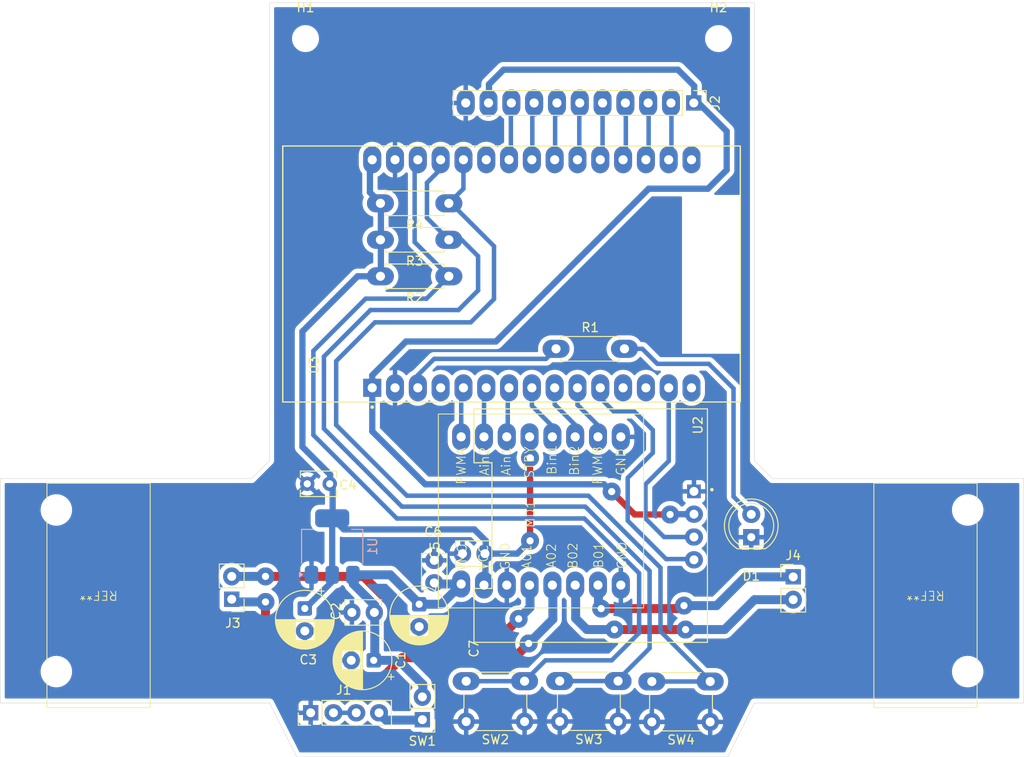
<source format=kicad_pcb>
(kicad_pcb (version 20241229) (generator "pcbnew") (generator_version "9.0")
  (layers (0 "F.Cu" signal) (2 "B.Cu" signal) (13 "F.Paste" user) (15 "B.Paste" user) (5 "F.SilkS" user "F.Silkscreen") (7 "B.SilkS" user "B.Silkscreen") (1 "F.Mask" user) (3 "B.Mask" user) (25 "Edge.Cuts" user))
  (net 0 "")
  (net 1 "/3V3")
  (net 2 "/A3")
  (net 3 "/A1")
  (net 4 "/A6")
  (net 5 "/A0")
  (net 6 "/A5")
  (net 7 "/A7")
  (net 8 "/A4")
  (net 9 "GND")
  (net 10 "/A2")
  (net 11 "/Bin1")
  (net 12 "/PWMA")
  (net 13 "/MR2")
  (net 14 "/Ain2")
  (net 15 "/MR1")
  (net 16 "+5V")
  (net 17 "/ML2")
  (net 18 "/Ain1")
  (net 19 "/ML1")
  (net 20 "/Bin2")
  (net 21 "+7.5V")
  (net 22 "/PWMB")
  (net 23 "/SW1")
  (net 24 "/SW2")
  (net 25 "/SW3")
  (net 26 "/SCL")
  (net 27 "/SDA")
  (net 28 "Net-(D1-A)")
  (net 31 "Net-(J1-Pin_2)")
  (net 33 "Net-(J1-Pin_4)")
  (net 34 "/LED")
  (footprint "MountingHole:MountingHole_2.5mm" (layer "F.Cu") (at 163.175666 58.2112)
    (property "Reference" "H2" (at 0 -3.45 0) (layer "F.SilkS"))
    (property "Value" "MountingHole")
    (pad "" np_thru_hole circle (at 0 0) (size 2.5 2.5) (drill 2.5) (layers "*.Cu" "*.Mask"))
  )
  (footprint "Resistor_THT:R_Axial_DIN0207_L6.3mm_D2.5mm_P7.62mm_Horizontal" (layer "F.Cu") (at 133.140066 84.6836 180)
    (property "Reference" "R2" (at 3.81 -2.37 0) (layer "F.SilkS"))
    (property "Value" "10K")
    (pad "1" thru_hole oval (at 0 0 180) (size 3 2) (drill 1.02) (layers "*.Cu" "*.Mask") (net 23 "/SW1"))
    (pad "2" thru_hole oval (at 7.62 0 180) (size 3 2) (drill 1.02) (layers "*.Cu" "*.Mask") (net 16 "+5V"))
  )
  (footprint "MountingHole:MountingHole_2.5mm" (layer "F.Cu") (at 117.175666 58.2112)
    (property "Reference" "H1" (at 0 -3.45 0) (layer "F.SilkS"))
    (property "Value" "MountingHole")
    (pad "" np_thru_hole circle (at 0 0) (size 2.5 2.5) (drill 2.5) (layers "*.Cu" "*.Mask"))
  )
  (footprint "prashantkicadlibrary:Motor Brackets" (layer "F.Cu") (at 186.224066 119.2276 180)
    (property "Reference" "REF**" (at 0 -1 180) (layer "F.SilkS") (effects (font (thickness 0.1))))
    (property "Value" "Motor Brackets")
    (pad "" np_thru_hole circle (at -4.7016 -9.4836 180) (size 3 3) (drill 3) (layers "*.Cu" "*.Mask"))
    (pad "" np_thru_hole circle (at -4.7016 8.5164 180) (size 3 3) (drill 3) (layers "*.Cu" "*.Mask"))
  )
  (footprint "Connector_PinHeader_2.54mm:PinHeader_1x02_P2.54mm_Vertical" (layer "F.Cu") (at 108.959266 120.65 180)
    (property "Reference" "J3" (at -0.127 -2.662 0) (layer "F.SilkS"))
    (property "Value" "Motor_Left")
    (pad "1" thru_hole rect (at 0 0 180) (size 1.7 1.7) (drill 1) (layers "*.Cu" "*.Mask") (net 17 "/ML2"))
    (pad "2" thru_hole oval (at 0 2.54 180) (size 1.905 2) (drill 1) (layers "*.Cu" "*.Mask") (net 19 "/ML1"))
  )
  (footprint "Button_Switch_THT:SW_PUSH_6mm" (layer "F.Cu") (at 141.571666 134.2792 180)
    (property "Reference" "SW2" (at 3.25 -2 0) (layer "F.SilkS"))
    (property "Value" "SW_Push")
    (pad "1" thru_hole oval (at 0 0 180) (size 1.905 2) (drill 1) (layers "*.Cu" "*.Mask") (net 9 "GND"))
    (pad "1" thru_hole oval (at 6.5 0 180) (size 1.905 2) (drill 1) (layers "*.Cu" "*.Mask") (net 9 "GND"))
    (pad "2" thru_hole oval (at 0 4.5 180) (size 3 2) (drill 1.02) (layers "*.Cu" "*.Mask") (net 23 "/SW1"))
    (pad "2" thru_hole oval (at 6.5 4.5 180) (size 3 2) (drill 1.02) (layers "*.Cu" "*.Mask") (net 23 "/SW1"))
  )
  (footprint "Connector_PinHeader_2.54mm:PinHeader_1x04_P2.54mm_Vertical" (layer "F.Cu") (at 117.747666 133.2992 90)
    (property "Reference" "J1" (at 2.54 3.683 180) (layer "F.SilkS"))
    (property "Value" "Power_supply")
    (pad "1" thru_hole rect (at 0 0 90) (size 1.7 1.7) (drill 1) (layers "*.Cu" "*.Mask") (net 9 "GND"))
    (pad "2" thru_hole oval (at 0 2.54 90) (size 1.905 2) (drill 1) (layers "*.Cu" "*.Mask") (net 31 "Net-(J1-Pin_2)"))
    (pad "3" thru_hole oval (at 0 5.08 90) (size 1.905 2) (drill 1) (layers "*.Cu" "*.Mask") (net 31 "Net-(J1-Pin_2)"))
    (pad "4" thru_hole oval (at 0 7.62 90) (size 1.905 2) (drill 1) (layers "*.Cu" "*.Mask") (net 33 "Net-(J1-Pin_4)"))
  )
  (footprint "Connector_PinHeader_2.54mm:PinHeader_1x02_P2.54mm_Vertical" (layer "F.Cu") (at 171.494066 118.1608)
    (property "Reference" "J4" (at 0 -2.38 0) (layer "F.SilkS"))
    (property "Value" "Motor_Right")
    (pad "1" thru_hole rect (at 0 0) (size 1.7 1.7) (drill 1) (layers "*.Cu" "*.Mask") (net 13 "/MR2"))
    (pad "2" thru_hole oval (at 0 2.54) (size 1.905 2) (drill 1) (layers "*.Cu" "*.Mask") (net 15 "/MR1"))
  )
  (footprint "Capacitor_THT:CP_Radial_D6.3mm_P2.50mm" (layer "F.Cu") (at 124.772046 127.4572 180)
    (property "Reference" "C1" (at -3.00862 0 90) (layer "F.SilkS"))
    (property "Value" "10uf")
    (pad "1" thru_hole roundrect (at 0 0 180) (size 1.6 1.6) (drill 0.8) (layers "*.Cu" "*.Mask") (roundrect_rratio 0.15625) (net 21 "+7.5V"))
    (pad "2" thru_hole oval (at 2.5 0 180) (size 1.905 2) (drill 1) (layers "*.Cu" "*.Mask") (net 9 "GND"))
  )
  (footprint "Connector_PinHeader_2.54mm:PinHeader_1x02_P2.54mm_Vertical" (layer "F.Cu") (at 130.193666 134.0662 180)
    (property "Reference" "SW1" (at 0 -2.38 0) (layer "F.SilkS"))
    (property "Value" "SW_SPST")
    (pad "1" thru_hole rect (at 0 0 180) (size 1.7 1.7) (drill 1) (layers "*.Cu" "*.Mask") (net 33 "Net-(J1-Pin_4)"))
    (pad "2" thru_hole oval (at 0 2.54 180) (size 1.905 2) (drill 1) (layers "*.Cu" "*.Mask") (net 21 "+7.5V"))
  )
  (footprint "LED_THT:LED_D5.0mm" (layer "F.Cu") (at 166.820466 113.7412 90)
    (property "Reference" "D1" (at -4.318 0 180) (layer "F.SilkS"))
    (property "Value" "LED")
    (pad "1" thru_hole rect (at 0 0 90) (size 1.8 1.8) (drill 0.9) (layers "*.Cu" "*.Mask") (net 9 "GND"))
    (pad "2" thru_hole oval (at 2.54 0 90) (size 1.905 2) (drill 1) (layers "*.Cu" "*.Mask") (net 28 "Net-(D1-A)"))
  )
  (footprint "micromouse1.0:tbfng motor driver" (layer "F.Cu") (at 143.401666 111.4552 90)
    (property "Reference" "MD1" (at 0.3 -1.2 90) (layer "F.SilkS") (effects (font (thickness 0.1))))
    (property "Value" "~")
    (fp_text user "GND" (at 4.5 9.5 90) (layer "F.SilkS") (effects (font (thickness 0.1)) (justify left bottom)))
    (fp_text user "PWMA" (at 3.5 -8.3 90) (layer "F.SilkS") (effects (font (thickness 0.1)) (justify left bottom)))
    (fp_text user "B01" (at -5.8 7 90) (layer "F.SilkS") (effects (font (thickness 0.1)) (justify left bottom)))
    (fp_text user "Bin1" (at 4.6 1.8 90) (layer "F.SilkS") (effects (font (thickness 0.1)) (justify left bottom)))
    (fp_text user "A02" (at -5.8 1.740482 90) (layer "F.SilkS") (effects (font (thickness 0.1)) (justify left bottom)))
    (fp_text user "STBY" (at 4.2 -0.7 90) (layer "F.SilkS") (effects (font (thickness 0.1)) (justify left bottom)))
    (fp_text user "B02" (at -5.86064 4.135764 90) (layer "F.SilkS") (effects (font (thickness 0.1)) (justify left bottom)))
    (fp_text user "Bin2" (at 4.5 4.3 90) (layer "F.SilkS") (effects (font (thickness 0.1)) (justify left bottom)))
    (fp_text user "PWMB" (at 3.5 6.9 90) (layer "F.SilkS") (effects (font (thickness 0.1)) (justify left bottom)))
    (fp_text user "VMO" (at -6.1 -8.2 90) (layer "F.SilkS") (effects (font (thickness 0.1)) (justify left bottom)))
    (fp_text user "A01" (at -5.927114 -1.006122 90) (layer "F.SilkS") (effects (font (thickness 0.1)) (justify left bottom)))
    (fp_text user "Ain1" (at 4.5 -3.3 90) (layer "F.SilkS") (effects (font (thickness 0.1)) (justify left bottom)))
    (fp_text user "GND" (at -5.986263 -3.401675 90) (layer "F.SilkS") (effects (font (thickness 0.1)) (justify left bottom)))
    (fp_text user "Ain2" (at 4.5 -5.7 90) (layer "F.SilkS") (effects (font (thickness 0.1)) (justify left bottom)))
    (fp_text user "GND" (at -5.9 9.6 90) (layer "F.SilkS") (effects (font (thickness 0.1)) (justify left bottom)))
    (fp_text user "VCC" (at -6.021405 -5.809036 90) (layer "F.SilkS") (effects (font (thickness 0.1)) (justify left bottom)))
    (pad "1" thru_hole oval (at -7.5 -8.89 90) (size 3 2) (drill 1.02) (layers "*.Cu" "*.Mask") (net 21 "+7.5V"))
    (pad "2" thru_hole oval (at -7.62 -6.35 90) (size 3 2) (drill 1.02) (layers "*.Cu" "*.Mask") (net 16 "+5V"))
    (pad "3" thru_hole oval (at -7.62 -3.81 90) (size 3 2) (drill 1.02) (layers "*.Cu" "*.Mask") (net 9 "GND"))
    (pad "4" thru_hole oval (at -7.62 -1.27 90) (size 3 2) (drill 1.02) (layers "*.Cu" "*.Mask") (net 19 "/ML1"))
    (pad "5" thru_hole oval (at -7.62 1.27 90) (size 3 2) (drill 1.02) (layers "*.Cu" "*.Mask") (net 17 "/ML2"))
    (pad "6" thru_hole oval (at -7.62 3.81 90) (size 3 2) (drill 1.02) (layers "*.Cu" "*.Mask") (net 15 "/MR1"))
    (pad "7" thru_hole oval (at -7.62 6.35 90) (size 3 2) (drill 1.02) (layers "*.Cu" "*.Mask") (net 13 "/MR2"))
    (pad "8" thru_hole oval (at -7.62 8.89 90) (size 3 2) (drill 1.02) (layers "*.Cu" "*.Mask") (net 9 "GND"))
    (pad "9" thru_hole oval (at 8.89 8.89 90) (size 3 2) (drill 1.02) (layers "*.Cu" "*.Mask") (net 9 "GND"))
    (pad "10" thru_hole oval (at 8.89 6.35 90) (size 3 2) (drill 1.02) (layers "*.Cu" "*.Mask") (net 22 "/PWMB"))
    (pad "11" thru_hole oval (at 8.89 3.81 90) (size 3 2) (drill 1.02) (layers "*.Cu" "*.Mask") (net 20 "/Bin2"))
    (pad "12" thru_hole oval (at 8.89 1.27 90) (size 3 2) (drill 1.02) (layers "*.Cu" "*.Mask") (net 11 "/Bin1"))
    (pad "13" thru_hole oval (at 8.89 -1.27 90) (size 3 2) (drill 1.02) (layers "*.Cu" "*.Mask") (net 16 "+5V"))
    (pad "14" thru_hole oval (at 8.89 -3.81 90) (size 3 2) (drill 1.02) (layers "*.Cu" "*.Mask") (net 18 "/Ain1"))
    (pad "15" thru_hole oval (at 8.89 -6.35 90) (size 3 2) (drill 1.02) (layers "*.Cu" "*.Mask") (net 14 "/Ain2"))
    (pad "16" thru_hole oval (at 8.89 -8.89 90) (size 3 2) (drill 1.02) (layers "*.Cu" "*.Mask") (net 12 "/PWMA"))
  )
  (footprint "Capacitor_THT:C_Disc_D3.8mm_W2.6mm_P2.50mm" (layer "F.Cu") (at 134.664066 115.57)
    (property "Reference" "C5" (at -3.068 -0.381 90) (layer "F.SilkS"))
    (property "Value" "100nf")
    (pad "1" thru_hole oval (at 0 0) (size 1.905 2) (drill 1) (layers "*.Cu" "*.Mask") (net 9 "GND"))
    (pad "2" thru_hole oval (at 2.5 0) (size 1.905 2) (drill 1) (layers "*.Cu" "*.Mask") (net 16 "+5V"))
  )
  (footprint "Resistor_THT:R_Axial_DIN0207_L6.3mm_D2.5mm_P7.62mm_Horizontal" (layer "F.Cu") (at 133.140066 80.6196 180)
    (property "Reference" "R3" (at 3.81 -2.37 0) (layer "F.SilkS"))
    (property "Value" "10K")
    (pad "1" thru_hole oval (at 0 0 180) (size 3 2) (drill 1.02) (layers "*.Cu" "*.Mask") (net 24 "/SW2"))
    (pad "2" thru_hole oval (at 7.62 0 180) (size 3 2) (drill 1.02) (layers "*.Cu" "*.Mask") (net 16 "+5V"))
  )
  (footprint "Resistor_THT:R_Axial_DIN0207_L6.3mm_D2.5mm_P7.62mm_Horizontal" (layer "F.Cu") (at 133.140066 76.5556 180)
    (property "Reference" "R4" (at 3.81 -2.37 0) (layer "F.SilkS"))
    (property "Value" "10K")
    (pad "1" thru_hole oval (at 0 0 180) (size 3 2) (drill 1.02) (layers "*.Cu" "*.Mask") (net 25 "/SW3"))
    (pad "2" thru_hole oval (at 7.62 0 180) (size 3 2) (drill 1.02) (layers "*.Cu" "*.Mask") (net 16 "+5V"))
  )
  (footprint "Capacitor_THT:C_Disc_D3.8mm_W2.6mm_P2.50mm" (layer "F.Cu") (at 124.839666 122.1232 180)
    (property "Reference" "C2" (at 4.27038 0.127 90) (layer "F.SilkS"))
    (property "Value" "100nf")
    (pad "1" thru_hole oval (at 0 0 180) (size 1.905 2) (drill 1) (layers "*.Cu" "*.Mask") (net 21 "+7.5V"))
    (pad "2" thru_hole oval (at 2.5 0 180) (size 1.905 2) (drill 1) (layers "*.Cu" "*.Mask") (net 9 "GND"))
  )
  (footprint "Capacitor_THT:CP_Radial_D6.3mm_P2.50mm" (layer "F.Cu") (at 117.098666 121.6802 -90)
    (property "Reference" "C3" (at 5.715 -0.381 0) (layer "F.SilkS"))
    (property "Value" "10uF")
    (pad "1" thru_hole roundrect (at 0 0 270) (size 1.6 1.6) (drill 0.8) (layers "*.Cu" "*.Mask") (roundrect_rratio 0.15625) (net 16 "+5V"))
    (pad "2" thru_hole oval (at 2.5 0 270) (size 1.905 2) (drill 1) (layers "*.Cu" "*.Mask") (net 9 "GND"))
  )
  (footprint "DM-OLED096-636:MODULE_DM-OLED096-636" (layer "F.Cu") (at 148.937846 112.450921 -90)
    (property "Reference" "U2" (at -11.176 -11.944327 90) (layer "F.SilkS"))
    (property "Value" "DM-OLED096-636")
    (pad "1" thru_hole rect (at -3.81 -11.5 270) (size 1.508 1.508) (drill 1) (layers "*.Cu" "*.Mask") (net 9 "GND"))
    (pad "2" thru_hole oval (at -1.27 -11.5 270) (size 1.905 2) (drill 1) (layers "*.Cu" "*.Mask") (net 1 "/3V3"))
    (pad "3" thru_hole oval (at 1.27 -11.5 270) (size 1.905 2) (drill 1) (layers "*.Cu" "*.Mask") (net 26 "/SCL"))
    (pad "4" thru_hole oval (at 3.81 -11.5 270) (size 1.905 2) (drill 1) (layers "*.Cu" "*.Mask") (net 27 "/SDA"))
  )
  (footprint "Capacitor_THT:C_Disc_D3.8mm_W2.6mm_P2.50mm" (layer "F.Cu") (at 119.872666 107.7972 180)
    (property "Reference" "C4" (at -2.032 -0.127 0) (layer "F.SilkS"))
    (property "Value" "100nf")
    (pad "1" thru_hole circle (at 0 0 180) (size 1.6 1.6) (drill 0.8) (layers "*.Cu" "*.Mask") (net 16 "+5V"))
    (pad "2" thru_hole circle (at 2.5 0 180) (size 1.6 1.6) (drill 0.8) (layers "*.Cu" "*.Mask") (net 9 "GND"))
  )
  (footprint "Resistor_THT:R_Axial_DIN0207_L6.3mm_D2.5mm_P7.62mm_Horizontal" (layer "F.Cu") (at 145.078066 92.7608)
    (property "Reference" "R1" (at 3.81 -2.37 0) (layer "F.SilkS"))
    (property "Value" "100")
    (pad "1" thru_hole oval (at 0 0) (size 3 2) (drill 1.02) (layers "*.Cu" "*.Mask") (net 34 "/LED"))
    (pad "2" thru_hole oval (at 7.62 0) (size 3 2) (drill 1.02) (layers "*.Cu" "*.Mask") (net 28 "Net-(D1-A)"))
  )
  (footprint "Capacitor_THT:CP_Radial_D6.3mm_P2.50mm" (layer "F.Cu") (at 129.838066 121.2088 -90)
    (property "Reference" "C7" (at 4.953 -6.096 90) (layer "F.SilkS"))
    (property "Value" "100uf")
    (pad "1" thru_hole roundrect (at 0 0 270) (size 1.6 1.6) (drill 0.8) (layers "*.Cu" "*.Mask") (roundrect_rratio 0.15625) (net 21 "+7.5V"))
    (pad "2" thru_hole oval (at 2.5 0 270) (size 1.905 2) (drill 1) (layers "*.Cu" "*.Mask") (net 9 "GND"))
  )
  (footprint "ESP32-DEVKIT-V1:MODULE_ESP32_DEVKIT_V1" (layer "F.Cu") (at 140.120666 84.4042 90)
    (property "Reference" "U3" (at -10.16 -21.992 90) (layer "F.SilkS"))
    (property "Value" "ESP32-DEVKIT-V1")
    (pad "1" thru_hole rect (at -12.7 -15.515 90) (size 2 2) (drill 1.02) (layers "*.Cu" "*.Mask") (net 1 "/3V3"))
    (pad "2" thru_hole oval (at -12.7 -12.975 90) (size 3 2) (drill 1.02) (layers "*.Cu" "*.Mask") (net 9 "GND"))
    (pad "3" thru_hole oval (at -12.7 -10.435 90) (size 3 2) (drill 1.02) (layers "*.Cu" "*.Mask") (net 34 "/LED"))
    (pad "4" thru_hole oval (at -12.7 -7.895 90) (size 3 2) (drill 1.02) (layers "*.Cu" "*.Mask"))
    (pad "5" thru_hole oval (at -12.7 -5.355 90) (size 3 2) (drill 1.02) (layers "*.Cu" "*.Mask") (net 12 "/PWMA"))
    (pad "6" thru_hole oval (at -12.7 -2.815 90) (size 3 2) (drill 1.02) (layers "*.Cu" "*.Mask") (net 14 "/Ain2"))
    (pad "7" thru_hole oval (at -12.7 -0.275 90) (size 3 2) (drill 1.02) (layers "*.Cu" "*.Mask") (net 18 "/Ain1"))
    (pad "8" thru_hole oval (at -12.7 2.265 90) (size 3 2) (drill 1.02) (layers "*.Cu" "*.Mask") (net 11 "/Bin1"))
    (pad "9" thru_hole oval (at -12.7 4.805 90) (size 3 2) (drill 1.02) (layers "*.Cu" "*.Mask") (net 20 "/Bin2"))
    (pad "10" thru_hole oval (at -12.7 7.345 90) (size 3 2) (drill 1.02) (layers "*.Cu" "*.Mask") (net 22 "/PWMB"))
    (pad "11" thru_hole oval (at -12.7 9.885 90) (size 3 2) (drill 1.02) (layers "*.Cu" "*.Mask") (net 27 "/SDA"))
    (pad "12" thru_hole oval (at -12.7 12.425 90) (size 3 2) (drill 1.02) (layers "*.Cu" "*.Mask"))
    (pad "13" thru_hole oval (at -12.7 14.965 90) (size 3 2) (drill 1.02) (layers "*.Cu" "*.Mask"))
    (pad "14" thru_hole oval (at -12.7 17.505 90) (size 3 2) (drill 1.02) (layers "*.Cu" "*.Mask") (net 26 "/SCL"))
    (pad "15" thru_hole oval (at -12.7 20.045 90) (size 3 2) (drill 1.02) (layers "*.Cu" "*.Mask"))
    (pad "16" thru_hole oval (at 12.7 20.045 90) (size 3 2) (drill 1.02) (layers "*.Cu" "*.Mask"))
    (pad "17" thru_hole oval (at 12.7 17.505 90) (size 3 2) (drill 1.02) (layers "*.Cu" "*.Mask") (net 7 "/A7"))
    (pad "18" thru_hole oval (at 12.7 14.965 90) (size 3 2) (drill 1.02) (layers "*.Cu" "*.Mask") (net 4 "/A6"))
    (pad "19" thru_hole oval (at 12.7 12.425 90) (size 3 2) (drill 1.02) (layers "*.Cu" "*.Mask") (net 6 "/A5"))
    (pad "20" thru_hole oval (at 12.7 9.885 90) (size 3 2) (drill 1.02) (layers "*.Cu" "*.Mask") (net 8 "/A4"))
    (pad "21" thru_hole oval (at 12.7 7.345 90) (size 3 2) (drill 1.02) (layers "*.Cu" "*.Mask") (net 2 "/A3"))
    (pad "22" thru_hole oval (at 12.7 4.805 90) (size 3 2) (drill 1.02) (layers "*.Cu" "*.Mask") (net 10 "/A2"))
    (pad "23" thru_hole oval (at 12.7 2.265 90) (size 3 2) (drill 1.02) (layers "*.Cu" "*.Mask") (net 3 "/A1"))
    (pad "24" thru_hole oval (at 12.7 -0.275 90) (size 3 2) (drill 1.02) (layers "*.Cu" "*.Mask") (net 5 "/A0"))
    (pad "25" thru_hole oval (at 12.7 -2.815 90) (size 3 2) (drill 1.02) (layers "*.Cu" "*.Mask"))
    (pad "26" thru_hole oval (at 12.7 -5.355 90) (size 3 2) (drill 1.02) (layers "*.Cu" "*.Mask"))
    (pad "27" thru_hole oval (at 12.7 -7.895 90) (size 3 2) (drill 1.02) (layers "*.Cu" "*.Mask") (net 24 "/SW2"))
    (pad "28" thru_hole oval (at 12.7 -10.435 90) (size 3 2) (drill 1.02) (layers "*.Cu" "*.Mask") (net 23 "/SW1"))
    (pad "29" thru_hole oval (at 12.7 -12.975 90) (size 3 2) (drill 1.02) (layers "*.Cu" "*.Mask") (net 9 "GND"))
    (pad "30" thru_hole oval (at 12.7 -15.515 90) (size 3 2) (drill 1.02) (layers "*.Cu" "*.Mask") (net 16 "+5V"))
    (zone (net 0) (net_name "") (layer "B.Cu") (connect_pads (clearance 0)) (min_thickness 0.01)
      (keepout (tracks not_allowed) (vias not_allowed) (pads not_allowed) (copperpour not_allowed) (footprints allowed))
      (fill (thermal_gap 0.508) (thermal_bridge_width 0.508))
      (polygon (pts (xy 159.105666 93.3142) (xy 159.105666 75.6242) (xy 165.595666 75.6242) (xy 165.595666 93.3142)))
    )
  )
  (footprint "prashantkicadlibrary:Motor Brackets" (layer "F.Cu") (at 94.127266 119.2276 180)
    (property "Reference" "REF**" (at 0 -1 180) (layer "F.SilkS") (effects (font (thickness 0.1))))
    (property "Value" "Motor Brackets")
    (pad "" np_thru_hole circle (at 4.7016 -9.4836 180) (size 3 3) (drill 3) (layers "*.Cu" "*.Mask"))
    (pad "" np_thru_hole circle (at 4.7016 8.5164 180) (size 3 3) (drill 3) (layers "*.Cu" "*.Mask"))
  )
  (footprint "Connector_PinHeader_2.54mm:PinHeader_1x11_P2.54mm_Vertical" (layer "F.Cu") (at 160.419666 65.3796 -90)
    (property "Reference" "J2" (at 0 -2.38 270) (layer "F.SilkS"))
    (property "Value" "Conn_01x11_Pin")
    (pad "1" thru_hole rect (at 0 0 270) (size 1.7 1.7) (drill 1) (layers "*.Cu" "*.Mask") (net 1 "/3V3"))
    (pad "2" thru_hole oval (at 0 2.54 270) (size 3 2) (drill 1.02) (layers "*.Cu" "*.Mask") (net 7 "/A7"))
    (pad "3" thru_hole oval (at 0 5.08 270) (size 3 2) (drill 1.02) (layers "*.Cu" "*.Mask") (net 4 "/A6"))
    (pad "4" thru_hole oval (at 0 7.62 270) (size 3 2) (drill 1.02) (layers "*.Cu" "*.Mask") (net 6 "/A5"))
    (pad "5" thru_hole oval (at 0 10.16 270) (size 3 2) (drill 1.02) (layers "*.Cu" "*.Mask") (net 8 "/A4"))
    (pad "6" thru_hole oval (at 0 12.7 270) (size 3 2) (drill 1.02) (layers "*.Cu" "*.Mask") (net 2 "/A3"))
    (pad "7" thru_hole oval (at 0 15.24 270) (size 3 2) (drill 1.02) (layers "*.Cu" "*.Mask") (net 10 "/A2"))
    (pad "8" thru_hole oval (at 0 17.78 270) (size 3 2) (drill 1.02) (layers "*.Cu" "*.Mask") (net 3 "/A1"))
    (pad "9" thru_hole oval (at 0 20.32 270) (size 3 2) (drill 1.02) (layers "*.Cu" "*.Mask") (net 5 "/A0"))
    (pad "10" thru_hole oval (at 0 22.86 270) (size 3 2) (drill 1.02) (layers "*.Cu" "*.Mask") (net 1 "/3V3"))
    (pad "11" thru_hole oval (at 0 25.4 270) (size 3 2) (drill 1.02) (layers "*.Cu" "*.Mask") (net 9 "GND"))
  )
  (footprint "Capacitor_THT:C_Disc_D3.8mm_W2.6mm_P2.50mm" (layer "F.Cu") (at 131.514466 118.8212 90)
    (property "Reference" "C6" (at 5.695 -0.127 0) (layer "F.SilkS"))
    (property "Value" "100nf")
    (pad "1" thru_hole oval (at 0 0 90) (size 1.905 2) (drill 1) (layers "*.Cu" "*.Mask") (net 21 "+7.5V"))
    (pad "2" thru_hole oval (at 2.5 0 90) (size 1.905 2) (drill 1) (layers "*.Cu" "*.Mask") (net 9 "GND"))
  )
  (footprint "Button_Switch_THT:SW_PUSH_6mm" (layer "F.Cu") (at 162.248466 134.3152 180)
    (property "Reference" "SW4" (at 3.25 -2 0) (layer "F.SilkS"))
    (property "Value" "SW_Push")
    (pad "1" thru_hole oval (at 0 0 180) (size 1.905 2) (drill 1) (layers "*.Cu" "*.Mask") (net 9 "GND"))
    (pad "1" thru_hole oval (at 6.5 0 180) (size 1.905 2) (drill 1) (layers "*.Cu" "*.Mask") (net 9 "GND"))
    (pad "2" thru_hole oval (at 0 4.5 180) (size 3 2) (drill 1.02) (layers "*.Cu" "*.Mask") (net 25 "/SW3"))
    (pad "2" thru_hole oval (at 6.5 4.5 180) (size 3 2) (drill 1.02) (layers "*.Cu" "*.Mask") (net 25 "/SW3"))
  )
  (footprint "Button_Switch_THT:SW_PUSH_6mm" (layer "F.Cu") (at 151.986866 134.2644 180)
    (property "Reference" "SW3" (at 3.25 -2 0) (layer "F.SilkS"))
    (property "Value" "SW_Push")
    (pad "1" thru_hole oval (at 0 0 180) (size 1.905 2) (drill 1) (layers "*.Cu" "*.Mask") (net 9 "GND"))
    (pad "1" thru_hole oval (at 6.5 0 180) (size 1.905 2) (drill 1) (layers "*.Cu" "*.Mask") (net 9 "GND"))
    (pad "2" thru_hole oval (at 0 4.5 180) (size 3 2) (drill 1.02) (layers "*.Cu" "*.Mask") (net 24 "/SW2"))
    (pad "2" thru_hole oval (at 6.5 4.5 180) (size 3 2) (drill 1.02) (layers "*.Cu" "*.Mask") (net 24 "/SW2"))
  )
  (footprint "Package_TO_SOT_SMD:SOT-223-3_TabPin2" (layer "B.Cu") (at 120.146666 114.7822 180)
    (property "Reference" "U1" (at -4.5 0 90) (layer "B.SilkS") (effects (justify mirror)))
    (property "Value" "AMS1117-5.0")
    (pad "1" smd roundrect (at 2.3 -3.15 270) (size 2 1.5) (layers "B.Cu" "B.Mask" "B.Paste") (net 9 "GND"))
    (pad "2" smd roundrect (at 0 -3.15 270) (size 2 1.5) (layers "B.Cu" "B.Mask" "B.Paste") (net 16 "+5V"))
    (pad "2" smd roundrect (at 0 3.15 270) (size 2 3.8) (layers "B.Cu" "B.Mask" "B.Paste") (net 16 "+5V"))
    (pad "3" smd roundrect (at -2.3 -3.15 270) (size 2 1.5) (layers "B.Cu" "B.Mask" "B.Paste") (net 21 "+7.5V"))
  )
  (gr_line (start 167.175666 105.2112) (end 169.175666 107.2112) (stroke (width 0.05)) (layer "Edge.Cuts"))
  (gr_line (start 83.175666 132.2112) (end 113.175666 132.2112) (stroke (width 0.05)) (layer "Edge.Cuts"))
  (gr_line (start 169.175666 107.2112) (end 197.175666 107.2112) (stroke (width 0.05)) (layer "Edge.Cuts"))
  (gr_line (start 113.175666 54.2112) (end 167.175666 54.2112) (stroke (width 0.05)) (layer "Edge.Cuts"))
  (gr_line (start 113.175666 54.2112) (end 113.175666 105.2112) (stroke (width 0.05)) (layer "Edge.Cuts"))
  (gr_line (start 116.201266 138.2112) (end 164.201266 138.2112) (stroke (width 0.05)) (layer "Edge.Cuts"))
  (gr_line (start 111.175666 107.2112) (end 113.175666 105.2112) (stroke (width 0.05)) (layer "Edge.Cuts"))
  (gr_line (start 116.201266 138.2112) (end 113.175666 132.2112) (stroke (width 0.05)) (layer "Edge.Cuts"))
  (gr_line (start 167.175666 54.2112) (end 167.175666 105.2112) (stroke (width 0.05)) (layer "Edge.Cuts"))
  (gr_line (start 167.175666 132.2112) (end 164.201266 138.2112) (stroke (width 0.05)) (layer "Edge.Cuts"))
  (gr_line (start 167.175666 132.2112) (end 197.175666 132.2112) (stroke (width 0.05)) (layer "Edge.Cuts"))
  (gr_line (start 83.175666 107.2112) (end 83.175666 132.2112) (stroke (width 0.05)) (layer "Edge.Cuts"))
  (gr_line (start 111.175666 107.2112) (end 83.175666 107.2112) (stroke (width 0.05)) (layer "Edge.Cuts"))
  (gr_line (start 197.175666 107.2112) (end 197.175666 132.2112) (stroke (width 0.05)) (layer "Edge.Cuts"))
  (segment (start 153.828834 111.214368) (end 151.275666 108.6612) (width 0.7) (layer "F.Cu") (net 1))
  (segment (start 157.778066 111.214368) (end 153.828834 111.214368) (width 0.7) (layer "F.Cu") (net 1))
  (via (at 151.275666 108.6612) (size 2) (drill 0.8) (layers "F.Cu" "B.Cu") (net 1))
  (via (at 157.778066 111.214368) (size 2) (drill 0.8) (layers "F.Cu" "B.Cu") (net 1))
  (segment (start 151.2316 108.6612) (end 150.4188 107.8484) (width 0.7) (layer "B.Cu") (net 1))
  (segment (start 128.3716 91.948) (end 138.3792 91.948) (width 0.7) (layer "B.Cu") (net 1))
  (segment (start 124.6124 95.7072) (end 128.3716 91.948) (width 0.7) (layer "B.Cu") (net 1))
  (segment (start 124.6124 97.1042) (end 124.6124 95.7072) (width 0.7) (layer "B.Cu") (net 1))
  (segment (start 158.342898 111.214368) (end 158.376345 111.180921) (width 0.7) (layer "B.Cu") (net 1))
  (segment (start 160.470466 65.3796) (end 160.470466 63.493201) (width 0.7) (layer "B.Cu") (net 1))
  (segment (start 155.3972 74.93) (end 162.0012 74.93) (width 0.7) (layer "B.Cu") (net 1))
  (segment (start 162.0012 74.93) (end 164.084 72.8472) (width 0.7) (layer "B.Cu") (net 1))
  (segment (start 150.4188 107.8484) (end 130.5052 107.8484) (width 0.7) (layer "B.Cu") (net 1))
  (segment (start 164.084 72.8472) (end 164.084 68.5292) (width 0.7) (layer "B.Cu") (net 1))
  (segment (start 157.778066 111.214368) (end 158.342898 111.214368) (width 0.7) (layer "B.Cu") (net 1))
  (segment (start 164.084 68.5292) (end 160.9344 65.3796) (width 0.7) (layer "B.Cu") (net 1))
  (segment (start 130.5052 107.8484) (end 124.6124 101.9556) (width 0.7) (layer "B.Cu") (net 1))
  (segment (start 160.9344 65.3796) (end 160.4264 65.3796) (width 0.7) (layer "B.Cu") (net 1))
  (segment (start 137.610466 63.2968) (end 137.610466 65.3796) (width 0.7) (layer "B.Cu") (net 1))
  (segment (start 124.6124 101.9556) (end 124.6124 97.1042) (width 0.7) (layer "B.Cu") (net 1))
  (segment (start 158.648465 61.6712) (end 139.236066 61.6712) (width 0.7) (layer "B.Cu") (net 1))
  (segment (start 158.376345 111.180921) (end 160.488646 111.180921) (width 0.7) (layer "B.Cu") (net 1))
  (segment (start 139.236066 61.6712) (end 137.610466 63.2968) (width 0.7) (layer "B.Cu") (net 1))
  (segment (start 160.470466 63.493201) (end 158.648465 61.6712) (width 0.7) (layer "B.Cu") (net 1))
  (segment (start 138.3792 91.948) (end 155.3972 74.93) (width 0.7) (layer "B.Cu") (net 1))
  (segment (start 147.516466 71.0692) (end 147.668866 70.9168) (width 0.5) (layer "B.Cu") (net 2))
  (segment (start 147.668866 65.4812) (end 147.770466 65.3796) (width 0.5) (layer "B.Cu") (net 2))
  (segment (start 147.668866 70.9168) (end 147.668866 65.4812) (width 0.5) (layer "B.Cu") (net 2))
  (segment (start 147.516466 71.7042) (end 147.516466 71.0692) (width 0.5) (layer "B.Cu") (net 2))
  (segment (start 142.436466 65.6336) (end 142.690466 65.3796) (width 0.5) (layer "B.Cu") (net 3))
  (segment (start 142.436466 71.7042) (end 142.436466 65.6336) (width 0.5) (layer "B.Cu") (net 3))
  (segment (start 155.136466 71.0692) (end 155.390466 70.8152) (width 0.5) (layer "B.Cu") (net 4))
  (segment (start 155.390466 70.8152) (end 155.390466 65.3796) (width 0.5) (layer "B.Cu") (net 4))
  (segment (start 155.136466 71.7042) (end 155.136466 71.0692) (width 0.5) (layer "B.Cu") (net 4))
  (segment (start 139.896466 71.7042) (end 140.048866 71.5518) (width 0.5) (layer "B.Cu") (net 5))
  (segment (start 140.048866 71.5518) (end 140.048866 65.4812) (width 0.5) (layer "B.Cu") (net 5))
  (segment (start 140.048866 65.4812) (end 140.150466 65.3796) (width 0.5) (layer "B.Cu") (net 5))
  (segment (start 152.850466 70.817303) (end 152.850466 65.3796) (width 0.5) (layer "B.Cu") (net 6))
  (segment (start 152.596466 71.071303) (end 152.850466 70.817303) (width 0.5) (layer "B.Cu") (net 6))
  (segment (start 152.596466 71.7042) (end 152.596466 71.071303) (width 0.5) (layer "B.Cu") (net 6))
  (segment (start 157.625666 71.7042) (end 157.625666 71.0692) (width 0.5) (layer "F.Cu") (net 7))
  (segment (start 157.625666 71.0692) (end 157.879666 70.8152) (width 0.5) (layer "F.Cu") (net 7))
  (segment (start 157.625666 71.7042) (end 157.117666 71.7042) (width 0.2) (layer "F.Cu") (net 7))
  (segment (start 157.930466 70.8152) (end 157.930466 65.3796) (width 0.5) (layer "B.Cu") (net 7))
  (segment (start 150.259666 65.8368) (end 150.056466 65.6336) (width 0.5) (layer "B.Cu") (net 8))
  (segment (start 150.056466 65.6336) (end 150.310466 65.3796) (width 0.7) (layer "B.Cu") (net 8))
  (segment (start 150.259666 71.501) (end 150.259666 65.8368) (width 0.5) (layer "B.Cu") (net 8))
  (segment (start 150.056466 71.7042) (end 150.259666 71.501) (width 0.5) (layer "B.Cu") (net 8))
  (segment (start 144.976466 65.6336) (end 145.230466 65.3796) (width 0.5) (layer "B.Cu") (net 10))
  (segment (start 144.976466 71.7042) (end 144.976466 65.6336) (width 0.5) (layer "B.Cu") (net 10))
  (segment (start 144.6784 101.3968) (end 142.3924 99.1108) (width 0.5) (layer "B.Cu") (net 11))
  (segment (start 144.6784 102.5652) (end 144.6784 101.3968) (width 0.5) (layer "B.Cu") (net 11))
  (segment (start 142.3924 99.1108) (end 142.3924 97.1042) (width 0.5) (layer "B.Cu") (net 11))
  (segment (start 134.5184 97.3582) (end 134.7724 97.1042) (width 0.5) (layer "B.Cu") (net 12))
  (segment (start 134.5184 102.5652) (end 134.5184 97.3582) (width 0.5) (layer "B.Cu") (net 12))
  (segment (start 158.993863 121.694803) (end 150.106679 121.694803) (width 1) (layer "F.Cu") (net 13))
  (segment (start 159.327466 121.3612) (end 158.993863 121.694803) (width 1) (layer "F.Cu") (net 13))
  (via (at 150.106679 121.694803) (size 2) (drill 0.8) (layers "F.Cu" "B.Cu") (net 13))
  (via (at 159.327466 121.3612) (size 2) (drill 0.8) (layers "F.Cu" "B.Cu") (net 13))
  (segment (start 159.327466 121.3612) (end 162.959666 121.3612) (width 1) (layer "B.Cu") (net 13))
  (segment (start 166.160066 118.1608) (end 171.544866 118.1608) (width 1) (layer "B.Cu") (net 13))
  (segment (start 162.959666 121.3612) (end 166.160066 118.1608) (width 1) (layer "B.Cu") (net 13))
  (segment (start 149.802466 121.2596) (end 149.802466 119.0752) (width 1) (layer "B.Cu") (net 13))
  (segment (start 149.773282 121.288784) (end 149.802466 121.2596) (width 1) (layer "B.Cu") (net 13))
  (segment (start 149.773282 121.361406) (end 149.773282 121.288784) (width 1) (layer "B.Cu") (net 13))
  (segment (start 150.106679 121.694803) (end 149.773282 121.361406) (width 1) (layer "B.Cu") (net 13))
  (segment (start 137.0584 97.3582) (end 137.3124 97.1042) (width 0.5) (layer "B.Cu") (net 14))
  (segment (start 137.0584 102.5652) (end 137.0584 97.3582) (width 0.5) (layer "B.Cu") (net 14))
  (segment (start 159.505266 124.0282) (end 151.580466 124.0282) (width 1) (layer "F.Cu") (net 15))
  (via (at 159.505266 124.0282) (size 2) (drill 0.8) (layers "F.Cu" "B.Cu") (net 15))
  (via (at 151.580466 124.0282) (size 2) (drill 0.8) (layers "F.Cu" "B.Cu") (net 15))
  (segment (start 167.176066 120.7008) (end 171.544866 120.7008) (width 1) (layer "B.Cu") (net 15))
  (segment (start 147.262466 119.0752) (end 147.262466 122.7836) (width 1) (layer "B.Cu") (net 15))
  (segment (start 163.848666 124.0282) (end 167.176066 120.7008) (width 1) (layer "B.Cu") (net 15))
  (segment (start 148.507066 124.0282) (end 151.580466 124.0282) (width 1) (layer "B.Cu") (net 15))
  (segment (start 147.262466 122.7836) (end 148.507066 124.0282) (width 1) (layer "B.Cu") (net 15))
  (segment (start 159.505266 124.0282) (end 163.848666 124.0282) (width 1) (layer "B.Cu") (net 15))
  (segment (start 142.182466 114.1476) (end 142.182466 104.902) (width 0.7) (layer "F.Cu") (net 16))
  (via (at 142.182466 104.902) (size 2) (drill 0.8) (layers "F.Cu" "B.Cu") (net 16))
  (via (at 142.182466 114.1476) (size 2) (drill 0.8) (layers "F.Cu" "B.Cu") (net 16))
  (segment (start 137.254866 114.1476) (end 137.254866 115.53) (width 0.7) (layer "B.Cu") (net 16))
  (segment (start 137.214866 118.9628) (end 137.102466 119.0752) (width 0.7) (layer "B.Cu") (net 16))
  (segment (start 120.197466 118.6322) (end 117.149466 121.6802) (width 0.7) (layer "B.Cu") (net 16))
  (segment (start 124.351666 72.009) (end 124.351666 75.3364) (width 0.7) (layer "B.Cu") (net 16))
  (segment (start 137.214866 115.57) (end 137.214866 118.9628) (width 0.7) (layer "B.Cu") (net 16))
  (segment (start 120.197466 117.9322) (end 120.197466 118.6322) (width 0.4) (layer "B.Cu") (net 16))
  (segment (start 142.182466 114.1476) (end 140.760066 115.57) (width 0.7) (layer "B.Cu") (net 16))
  (segment (start 124.656466 71.7042) (end 124.351666 72.009) (width 0.7) (layer "B.Cu") (net 16))
  (segment (start 124.351666 75.3364) (end 125.570866 76.5556) (width 0.7) (layer "B.Cu") (net 16))
  (segment (start 137.254866 115.53) (end 137.214866 115.57) (width 0.7) (layer "B.Cu") (net 16))
  (segment (start 142.182466 102.5652) (end 142.182466 104.902) (width 0.7) (layer "B.Cu") (net 16))
  (segment (start 136.939266 118.912) (end 137.102466 119.0752) (width 0.7) (layer "B.Cu") (net 16))
  (segment (start 120.197466 111.6322) (end 120.197466 108.0712) (width 0.7) (layer "B.Cu") (net 16))
  (segment (start 120.197466 108.0712) (end 119.923466 107.7972) (width 0.5) (layer "B.Cu") (net 16))
  (segment (start 125.570866 76.5556) (end 125.570866 80.6196) (width 0.7) (layer "B.Cu") (net 16))
  (segment (start 140.760066 115.57) (end 137.214866 115.57) (width 0.7) (layer "B.Cu") (net 16))
  (segment (start 121.442866 112.8776) (end 135.984866 112.8776) (width 0.7) (layer "B.Cu") (net 16))
  (segment (start 125.570866 80.6196) (end 125.570866 84.6836) (width 0.7) (layer "B.Cu") (net 16))
  (segment (start 135.984866 112.8776) (end 137.254866 114.1476) (width 0.7) (layer "B.Cu") (net 16))
  (segment (start 116.833266 103.6828) (end 119.923466 106.773) (width 0.7) (layer "B.Cu") (net 16))
  (segment (start 125.570866 84.6836) (end 122.980066 84.6836) (width 0.7) (layer "B.Cu") (net 16))
  (segment (start 119.923466 106.773) (end 119.923466 107.7972) (width 0.7) (layer "B.Cu") (net 16))
  (segment (start 120.146666 117.9322) (end 120.146666 111.6322) (width 0.7) (layer "B.Cu") (net 16))
  (segment (start 122.980066 84.6836) (end 116.833266 90.8304) (width 0.7) (layer "B.Cu") (net 16))
  (segment (start 120.197466 111.6322) (end 121.442866 112.8776) (width 0.7) (layer "B.Cu") (net 16))
  (segment (start 116.833266 90.8304) (end 116.833266 103.6828) (width 0.7) (layer "B.Cu") (net 16))
  (segment (start 127.942054 127.1633) (end 125.647154 129.4582) (width 1) (layer "F.Cu") (net 17))
  (segment (start 119.5665 129.4582) (end 112.718466 122.610166) (width 1) (layer "F.Cu") (net 17))
  (segment (start 125.647154 129.4582) (end 119.5665 129.4582) (width 1) (layer "F.Cu") (net 17))
  (segment (start 112.718466 122.610166) (end 112.718466 120.9548) (width 1) (layer "F.Cu") (net 17))
  (segment (start 142.030066 125.5776) (end 140.444366 127.1633) (width 1) (layer "F.Cu") (net 17))
  (segment (start 140.444366 127.1633) (end 127.942054 127.1633) (width 1) (layer "F.Cu") (net 17))
  (via (at 112.718466 120.9548) (size 2) (drill 0.8) (layers "F.Cu" "B.Cu") (net 17))
  (via (at 142.030066 125.5776) (size 2) (drill 0.8) (layers "F.Cu" "B.Cu") (net 17))
  (segment (start 144.722466 119.0752) (end 144.722466 122.8852) (width 1) (layer "B.Cu") (net 17))
  (segment (start 109.111666 120.65) (end 109.010066 120.65) (width 1) (layer "B.Cu") (net 17))
  (segment (start 112.718466 120.9548) (end 109.416466 120.9548) (width 1) (layer "B.Cu") (net 17))
  (segment (start 109.416466 120.9548) (end 109.111666 120.65) (width 1) (layer "B.Cu") (net 17))
  (segment (start 144.722466 122.8852) (end 142.030066 125.5776) (width 1) (layer "B.Cu") (net 17))
  (segment (start 139.591666 102.5652) (end 139.591666 101.8032) (width 0.4) (layer "F.Cu") (net 18))
  (segment (start 139.7 97.2566) (end 139.8524 97.1042) (width 0.5) (layer "B.Cu") (net 18))
  (segment (start 139.5984 102.5652) (end 139.5984 102.362) (width 0.5) (layer "B.Cu") (net 18))
  (segment (start 139.7 102.2604) (end 139.7 97.2566) (width 0.5) (layer "B.Cu") (net 18))
  (segment (start 139.5984 102.362) (end 139.7 102.2604) (width 0.5) (layer "B.Cu") (net 18))
  (segment (start 126.793166 123.474066) (end 126.793166 121.266534) (width 1) (layer "F.Cu") (net 19))
  (segment (start 138.084566 125.6623) (end 128.9814 125.6623) (width 1) (layer "F.Cu") (net 19))
  (segment (start 126.793166 121.266534) (end 123.636632 118.11) (width 1) (layer "F.Cu") (net 19))
  (segment (start 128.9814 125.6623) (end 126.793166 123.474066) (width 1) (layer "F.Cu") (net 19))
  (segment (start 123.636632 118.11) (end 112.718466 118.11) (width 1) (layer "F.Cu") (net 19))
  (segment (start 140.912466 122.8344) (end 138.084566 125.6623) (width 1) (layer "F.Cu") (net 19))
  (via (at 140.912466 122.8344) (size 2) (drill 0.8) (layers "F.Cu" "B.Cu") (net 19))
  (via (at 112.718466 118.11) (size 2) (drill 0.8) (layers "F.Cu" "B.Cu") (net 19))
  (segment (start 112.718466 118.11) (end 109.010066 118.11) (width 1) (layer "B.Cu") (net 19))
  (segment (start 142.182466 119.0752) (end 142.182466 121.5644) (width 1) (layer "B.Cu") (net 19))
  (segment (start 142.182466 121.5644) (end 140.912466 122.8344) (width 1) (layer "B.Cu") (net 19))
  (segment (start 144.9324 98.9584) (end 144.9324 97.1042) (width 0.5) (layer "B.Cu") (net 20))
  (segment (start 147.2184 102.5652) (end 147.2184 101.2444) (width 0.5) (layer "B.Cu") (net 20))
  (segment (start 147.2184 101.2444) (end 144.9324 98.9584) (width 0.5) (layer "B.Cu") (net 20))
  (segment (start 130.193666 131.6228) (end 130.396866 131.826) (width 1) (layer "F.Cu") (net 21))
  (segment (start 131.953266 118.9552) (end 131.819266 118.8212) (width 1) (layer "B.Cu") (net 21))
  (segment (start 130.244466 130.1496) (end 127.552066 127.4572) (width 1) (layer "B.Cu") (net 21))
  (segment (start 124.890466 126.9692) (end 124.890466 122.1232) (width 1) (layer "B.Cu") (net 21))
  (segment (start 134.308466 118.7012) (end 134.562466 118.9552) (width 0.5) (layer "B.Cu") (net 21))
  (segment (start 131.819266 118.8212) (end 131.565266 118.8212) (width 1) (layer "B.Cu") (net 21))
  (segment (start 124.822846 127.4572) (end 124.822846 127.03682) (width 0.5) (layer "B.Cu") (net 21))
  (segment (start 130.244466 131.5262) (end 130.244466 130.1496) (width 1) (layer "B.Cu") (net 21))
  (segment (start 132.308866 121.2088) (end 134.562466 118.9552) (width 1) (layer "B.Cu") (net 21))
  (segment (start 134.562466 118.9552) (end 131.953266 118.9552) (width 1) (layer "B.Cu") (net 21))
  (segment (start 124.890466 121.3412) (end 122.497466 118.9482) (width 1) (layer "B.Cu") (net 21))
  (segment (start 129.888866 121.2088) (end 132.308866 121.2088) (width 1) (layer "B.Cu") (net 21))
  (segment (start 127.552066 127.4572) (end 124.822846 127.4572) (width 1) (layer "B.Cu") (net 21))
  (segment (start 124.890466 122.1232) (end 124.890466 121.3412) (width 1) (layer "B.Cu") (net 21))
  (segment (start 124.822846 127.03682) (end 124.890466 126.9692) (width 0.5) (layer "B.Cu") (net 21))
  (segment (start 126.612266 117.9322) (end 129.888866 121.2088) (width 1) (layer "B.Cu") (net 21))
  (segment (start 122.497466 117.9322) (end 126.612266 117.9322) (width 1) (layer "B.Cu") (net 21))
  (segment (start 122.497466 118.9482) (end 122.497466 117.9322) (width 1) (layer "B.Cu") (net 21))
  (segment (start 149.7584 102.5652) (end 149.7584 101.2952) (width 0.5) (layer "B.Cu") (net 22))
  (segment (start 147.4724 99.0092) (end 147.4724 97.1042) (width 0.5) (layer "B.Cu") (net 22))
  (segment (start 149.7584 101.2952) (end 147.4724 99.0092) (width 0.5) (layer "B.Cu") (net 22))
  (segment (start 133.140066 84.6836) (end 132.479666 84.0232) (width 0.5) (layer "F.Cu") (net 23))
  (segment (start 130.6576 87.1728) (end 123.8758 87.1728) (width 0.5) (layer "B.Cu") (net 23))
  (segment (start 123.8758 87.1728) (end 118.052466 92.996134) (width 0.5) (layer "B.Cu") (net 23))
  (segment (start 118.052466 92.996134) (end 118.052466 102.355266) (width 0.5) (layer "B.Cu") (net 23))
  (segment (start 129.330066 80.8736) (end 133.140066 84.6836) (width 0.5) (layer "B.Cu") (net 23))
  (segment (start 148.2344 111.6584) (end 154.3304 117.7544) (width 0.5) (layer "B.Cu") (net 23))
  (segment (start 143.9004 127.4572) (end 141.5784 129.7792) (width 0.5) (layer "B.Cu") (net 23))
  (segment (start 118.123401 102.426201) (end 118.123401 102.430407) (width 0.5) (layer "B.Cu") (net 23))
  (segment (start 154.3304 117.7544) (end 154.3304 124.4092) (width 0.5) (layer "B.Cu") (net 23))
  (segment (start 133.1468 84.6836) (end 130.6576 87.1728) (width 0.5) (layer "B.Cu") (net 23))
  (segment (start 129.330066 72.0598) (end 129.330066 80.8736) (width 0.5) (layer "B.Cu") (net 23))
  (segment (start 118.123401 102.430407) (end 127.351394 111.6584) (width 0.5) (layer "B.Cu") (net 23))
  (segment (start 129.685666 71.7042) (end 129.330066 72.0598) (width 0.5) (layer "B.Cu") (net 23))
  (segment (start 118.052466 102.355266) (end 118.123401 102.426201) (width 0.5) (layer "B.Cu") (net 23))
  (segment (start 151.2824 127.4572) (end 143.9004 127.4572) (width 0.5) (layer "B.Cu") (net 23))
  (segment (start 154.3304 124.4092) (end 151.2824 127.4572) (width 0.5) (layer "B.Cu") (net 23))
  (segment (start 135.122466 129.7792) (end 141.622466 129.7792) (width 0.5) (layer "B.Cu") (net 23))
  (segment (start 127.351394 111.6584) (end 148.2344 111.6584) (width 0.5) (layer "B.Cu") (net 23))
  (segment (start 136.398 86.2584) (end 134.2136 88.4428) (width 0.5) (layer "B.Cu") (net 24))
  (segment (start 119.2276 101.6508) (end 127.9144 110.3376) (width 0.5) (layer "B.Cu") (net 24))
  (segment (start 136.398 82.4484) (end 136.398 86.2584) (width 0.5) (layer "B.Cu") (net 24))
  (segment (start 151.9936 129.612) (end 151.9936 129.7644) (width 0.5) (layer "B.Cu") (net 24))
  (segment (start 145.537666 129.7644) (end 152.037666 129.7644) (width 0.5) (layer "B.Cu") (net 24))
  (segment (start 132.225666 71.7042) (end 132.225666 72.7456) (width 0.5) (layer "B.Cu") (net 24))
  (segment (start 134.5692 80.6196) (end 136.398 82.4484) (width 0.5) (layer "B.Cu") (net 24))
  (segment (start 134.2136 88.4428) (end 124.4092 88.4428) (width 0.5) (layer "B.Cu") (net 24))
  (segment (start 124.4092 88.4428) (end 119.2276 93.6244) (width 0.5) (layer "B.Cu") (net 24))
  (segment (start 155.4988 117.5004) (end 155.4988 126.1068) (width 0.5) (layer "B.Cu") (net 24))
  (segment (start 133.1468 80.6196) (end 134.5692 80.6196) (width 0.5) (layer "B.Cu") (net 24))
  (segment (start 148.336 110.3376) (end 155.4988 117.5004) (width 0.5) (layer "B.Cu") (net 24))
  (segment (start 130.701666 78.1812) (end 133.140066 80.6196) (width 0.5) (layer "B.Cu") (net 24))
  (segment (start 132.225666 72.7456) (end 130.701666 74.2696) (width 0.5) (layer "B.Cu") (net 24))
  (segment (start 155.4988 126.1068) (end 151.9936 129.612) (width 0.5) (layer "B.Cu") (net 24))
  (segment (start 130.701666 74.2696) (end 130.701666 78.1812) (width 0.5) (layer "B.Cu") (net 24))
  (segment (start 127.9144 110.3376) (end 148.336 110.3376) (width 0.5) (layer "B.Cu") (net 24))
  (segment (start 119.2276 93.6244) (end 119.2276 101.6508) (width 0.5) (layer "B.Cu") (net 24))
  (segment (start 134.765666 74.93) (end 133.140066 76.5556) (width 0.5) (layer "B.Cu") (net 25))
  (segment (start 124.910466 89.8144) (end 120.592466 94.1324) (width 0.5) (layer "B.Cu") (net 25))
  (segment (start 148.684866 109.1184) (end 156.711266 117.1448) (width 0.5) (layer "B.Cu") (net 25))
  (segment (start 155.478466 129.8152) (end 155.799266 129.8152) (width 0.4) (layer "B.Cu") (net 25))
  (segment (start 133.190866 76.5556) (end 133.394066 76.5556) (width 0.5) (layer "B.Cu") (net 25))
  (segment (start 120.592466 94.1324) (end 120.592466 101.2444) (width 0.5) (layer "B.Cu") (net 25))
  (segment (start 156.711266 117.1448) (end 156.711266 124.2272) (width 0.5) (layer "B.Cu") (net 25))
  (segment (start 134.765666 71.7042) (end 134.765666 74.93) (width 0.5) (layer "B.Cu") (net 25))
  (segment (start 138.169266 87.2236) (end 135.578466 89.8144) (width 0.5) (layer "B.Cu") (net 25))
  (segment (start 156.711266 124.2272) (end 162.299266 129.8152) (width 0.5) (layer "B.Cu") (net 25))
  (segment (start 155.799266 129.8152) (end 162.299266 129.8152) (width 0.5) (layer "B.Cu") (net 25))
  (segment (start 120.592466 101.2444) (end 128.466466 109.1184) (width 0.5) (layer "B.Cu") (net 25))
  (segment (start 128.466466 109.1184) (end 148.684866 109.1184) (width 0.5) (layer "B.Cu") (net 25))
  (segment (start 135.578466 89.8144) (end 124.910466 89.8144) (width 0.5) (layer "B.Cu") (net 25))
  (segment (start 155.323466 129.6602) (end 155.478466 129.8152) (width 0.4) (layer "B.Cu") (net 25))
  (segment (start 138.169266 81.3308) (end 138.169266 87.2236) (width 0.5) (layer "B.Cu") (net 25))
  (segment (start 133.394066 76.5556) (end 138.169266 81.3308) (width 0.5) (layer "B.Cu") (net 25))
  (segment (start 157.6324 105.2576) (end 155.0416 107.8484) (width 0.5) (layer "B.Cu") (net 26))
  (segment (start 157.6324 97.1042) (end 157.6324 105.2576) (width 0.5) (layer "B.Cu") (net 26))
  (segment (start 155.0416 107.8484) (end 155.0416 111.6584) (width 0.5) (layer "B.Cu") (net 26))
  (segment (start 157.104121 113.720921) (end 160.44458 113.720921) (width 0.5) (layer "B.Cu") (net 26))
  (segment (start 155.0416 111.6584) (end 157.104121 113.720921) (width 0.5) (layer "B.Cu") (net 26))
  (segment (start 155.8544 104.3432) (end 155.8544 101.8032) (width 0.5) (layer "B.Cu") (net 27))
  (segment (start 151.5364 99.7712) (end 150.0124 98.2472) (width 0.5) (layer "B.Cu") (net 27))
  (segment (start 160.44458 116.260921) (end 160.363259 116.1796) (width 0.5) (layer "B.Cu") (net 27))
  (segment (start 153.0604 107.1372) (end 155.8544 104.3432) (width 0.5) (layer "B.Cu") (net 27))
  (segment (start 157.340473 116.1796) (end 153.0604 111.899527) (width 0.5) (layer "B.Cu") (net 27))
  (segment (start 155.8544 101.8032) (end 153.8224 99.7712) (width 0.5) (layer "B.Cu") (net 27))
  (segment (start 160.363259 116.1796) (end 157.340473 116.1796) (width 0.5) (layer "B.Cu") (net 27))
  (segment (start 153.0604 111.899527) (end 153.0604 107.1372) (width 0.5) (layer "B.Cu") (net 27))
  (segment (start 150.0124 98.2472) (end 150.0124 97.1042) (width 0.5) (layer "B.Cu") (net 27))
  (segment (start 153.8224 99.7712) (end 151.5364 99.7712) (width 0.5) (layer "B.Cu") (net 27))
  (segment (start 162.1028 94.4372) (end 164.846 97.1804) (width 0.5) (layer "B.Cu") (net 28))
  (segment (start 154.686 92.7608) (end 156.3624 94.4372) (width 0.5) (layer "B.Cu") (net 28))
  (segment (start 164.846 109.22) (end 166.8272 111.2012) (width 0.5) (layer "B.Cu") (net 28))
  (segment (start 156.3624 94.4372) (end 162.1028 94.4372) (width 0.5) (layer "B.Cu") (net 28))
  (segment (start 152.7048 92.7608) (end 154.686 92.7608) (width 0.5) (layer "B.Cu") (net 28))
  (segment (start 164.846 97.1804) (end 164.846 109.22) (width 0.5) (layer "B.Cu") (net 28))
  (segment (start 122.878466 133.2992) (end 120.338466 133.2992) (width 0.5) (layer "B.Cu") (net 31))
  (segment (start 125.367666 133.2992) (end 125.520066 133.4516) (width 1) (layer "F.Cu") (net 33))
  (segment (start 126.1364 134.112) (end 130.1546 134.112) (width 1) (layer "B.Cu") (net 33))
  (segment (start 125.3744 133.35) (end 126.1364 134.112) (width 1) (layer "B.Cu") (net 33))
  (segment (start 130.1546 134.112) (end 130.2004 134.0662) (width 1) (layer "B.Cu") (net 33))
  (segment (start 125.3744 133.2992) (end 125.3744 133.35) (width 1) (layer "B.Cu") (net 33))
  (segment (start 129.6924 95.689987) (end 131.503987 93.8784) (width 0.5) (layer "B.Cu") (net 34))
  (segment (start 129.6924 97.1042) (end 129.6924 95.689987) (width 0.5) (layer "B.Cu") (net 34))
  (segment (start 143.9672 93.8784) (end 145.0848 92.7608) (width 0.5) (layer "B.Cu") (net 34))
  (segment (start 131.503987 93.8784) (end 143.9672 93.8784) (width 0.5) (layer "B.Cu") (net 34))
  (zone (net 9) (net_name "GND") (layer "B.Cu") (connect_pads (clearance 0)) (min_thickness 0.25) (fill yes (thermal_gap 0.5) (thermal_bridge_width 0.5))
    (polygon (pts (xy 113.175666 54.2036) (xy 167.176066 54.2544) (xy 167.176066 105.2068) (xy 169.157266 107.188) (xy 197.198866 107.2388) (xy 197.148066 132.2324) (xy 167.176066 132.2324) (xy 164.178866 138.2268) (xy 116.172866 138.2268) (xy 113.175666 132.2324) (xy 83.305266 132.08) (xy 83.203666 107.1372) (xy 111.143666 107.188) (xy 113.175666 105.2068)))
  )
)
</source>
